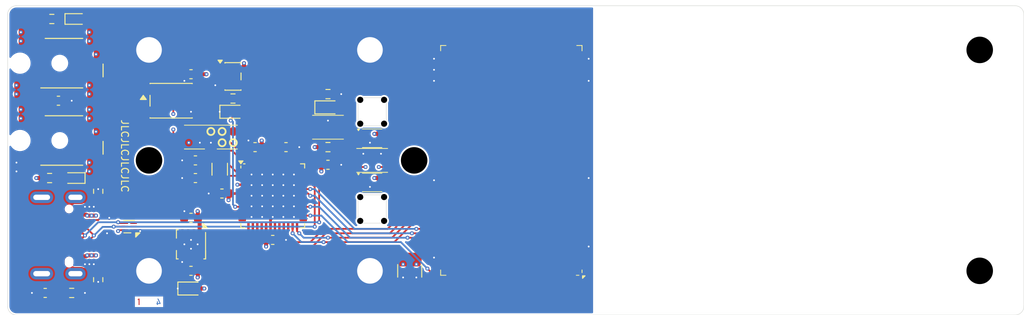
<source format=kicad_pcb>
(kicad_pcb (version 20241229) (generator "pcbnew") (generator_version "9.0")
  (title_block (date "2024-07-17") (rev "8"))
  (layers (0 "F.Cu" signal "Front") (4 "In1.Cu" power) (6 "In2.Cu" power) (2 "B.Cu" signal "Back") (13 "F.Paste" user) (5 "F.SilkS" user "F.Silkscreen") (1 "F.Mask" user) (3 "B.Mask" user) (25 "Edge.Cuts" user))
  (property "Order-Number" "JLCJLCJLCJLC")
  (net 0 "")
  (net 1 "GND")
  (net 2 "Net-(D101-OUT)")
  (net 3 "+3V3")
  (net 4 "/SWDIO")
  (net 6 "Net-(D103-K)")
  (net 9 "/MIDI Out/Ring")
  (net 10 "Net-(D201-A)")
  (net 11 "Net-(D301-K)")
  (net 12 "/MIDI In/Tip")
  (net 13 "/USB-CC1")
  (net 14 "/MIDI Out/Tip")
  (net 15 "/MIDI In/Sleeve")
  (net 16 "/LED-onboard")
  (net 18 "/MIDI In/Ring")
  (net 19 "/USB-CC2")
  (net 21 "/MIDI-In")
  (net 22 "/VDDCORE")
  (net 23 "/SWCLK")
  (net 25 "+5V")
  (net 26 "/XIN32")
  (net 27 "/USB+")
  (net 28 "/RESET")
  (net 29 "/XOUT32")
  (net 30 "/USB-")
  (net 34 "/Button-LED")
  (net 36 "/Button")
  (net 45 "Net-(TVS201-A)")
  (net 55 "/MIDI-Out")
  (net 57 "Earth")
  (net 58 "/Radio-MODE")
  (net 62 "/Radio-LOCK")
  (net 63 "/Radio-RESET")
  (net 65 "/Radio-AUX")
  (net 70 "/Radio-RX")
  (net 71 "/Radio-TX")
  (footprint "V2_Button_Switch_SMD:SKSG" (layer "F.Cu") (at 158.25 97.5)
    (property "Reference" "SW101" (hide yes))
    (property "Value" "SW_Push" (hide yes))
  )
  (footprint "Capacitor_SMD:C_0603_1608Metric" (layer "F.Cu") (at 121.25 112.5 180)
    (property "Reference" "C110" (hide yes))
    (property "Value" "0u1" (hide yes))
  )
  (footprint "Diode_SMD:D_0603_1608Metric" (layer "F.Cu") (at 142.5 92)
    (property "Reference" "TVS201" (hide yes))
    (property "Value" "CG0603MLC-05LE" (hide yes))
  )
  (footprint "V2_Connector_USB:JAE_DX07S016JA3" (layer "F.Cu") (at 122 106 -90)
    (property "Reference" "J102" (hide yes))
    (property "Value" "JAE_DX07S016JA3" (hide yes))
  )
  (footprint "Resistor_SMD:R_0603_1608Metric" (layer "F.Cu") (at 122 81.5)
    (property "Reference" "R301" (hide yes))
    (property "Value" "220R" (hide yes))
  )
  (footprint "Capacitor_SMD:C_0603_1608Metric" (layer "F.Cu") (at 122.75 90.75)
    (property "Reference" "C302" (hide yes))
    (property "Value" "0u1" (hide yes))
  )
  (footprint "V2_Spacer_Wurth:9774030243" (layer "F.Cu") (at 133 85)
    (property "Reference" "SPACER102" (hide yes))
    (property "Value" "9774030243" (hide yes))
  )
  (footprint "V2_Fiducial:Fiducial_0.5mm_Mask1mm_Paste" (layer "F.Cu") (at 181.75 114)
    (property "Reference" "FID103" (hide yes))
    (property "Value" "Fiducial" (hide yes))
  )
  (footprint "Capacitor_SMD:C_0603_1608Metric" (layer "F.Cu") (at 138.25 99.5 180)
    (property "Reference" "C109" (hide yes))
    (property "Value" "18p" (hide yes))
  )
  (footprint "V2_LED:WS2812-2020" (layer "F.Cu") (at 158.25 100 180)
    (property "Reference" "D101" (hide yes))
    (property "Value" "WS2812" (hide yes))
  )
  (footprint "V2_RF_Module:E62" (layer "F.Cu") (at 174 97.5 180)
    (property "Reference" "U103" (hide yes))
    (property "Value" "E62" (hide yes))
  )
  (footprint "V2_Package_DFN_QFN:QFN-48-1EP_7x7mm_P0.5mm_EP5.45x5.45mm_ThermalVias" (layer "F.Cu") (at 147 101.5)
    (property "Reference" "U102" (hide yes))
    (property "Value" "ATSAMD51G" (hide yes))
  )
  (footprint "Capacitor_SMD:C_0603_1608Metric" (layer "F.Cu") (at 141.25 101.25 180)
    (property "Reference" "C105" (hide yes))
    (property "Value" "0u1" (hide yes))
  )
  (footprint "V2_Fiducial:Fiducial_0.5mm_Mask1mm_Paste" (layer "F.Cu") (at 118 114)
    (property "Reference" "FID101" (hide yes))
    (property "Value" "Fiducial" (hide yes))
  )
  (footprint "Capacitor_SMD:C_1210_3225Metric" (layer "F.Cu") (at 162.5 110 -90)
    (property "Reference" "C111" (hide yes))
    (property "Value" "22u" (hide yes))
  )
  (footprint "Resistor_SMD:R_0603_1608Metric" (layer "F.Cu") (at 127.25 101 90)
    (property "Reference" "R103" (hide yes))
    (property "Value" "5k1" (hide yes))
  )
  (footprint "V2_Cortex_Debug:Cortex_Debug_Pad" (layer "F.Cu") (at 140 95.5 180)
    (property "Reference" "J101" (hide yes))
    (property "Value" "Cortex_Debug" (hide yes))
  )
  (footprint "V2_Package_SON:VSON-8-1_3x3mm_P0.65_EP1.65x2.4mm" (layer "F.Cu") (at 137.75 107 -90)
    (property "Reference" "U101" (hide yes))
    (property "Value" "TPS78433QWDRBRQ1" (hide yes))
  )
  (footprint "V2_Mechanical:MountingHole_3mm" (layer "F.Cu") (at 163 97.5)
    (property "Reference" "H102" (hide yes))
    (property "Value" "MountingHole_3mm" (hide yes))
  )
  (footprint "Capacitor_SMD:C_0603_1608Metric" (layer "F.Cu") (at 153.25 98)
    (property "Reference" "C102" (hide yes))
    (property "Value" "0u1" (hide yes))
  )
  (footprint "V2_Production:Order_Number" (layer "F.Cu") (at 130.25 97 -90)
    (property "Reference" "INFO102" (hide yes))
    (property "Value" "ORDER-NUMBER" (hide yes))
  )
  (footprint "Diode_SMD:D_SOD-523" (layer "F.Cu") (at 124.5 99.5 180)
    (property "Reference" "D201" (hide yes))
    (property "Value" "RB501SM" (hide yes))
  )
  (footprint "Capacitor_SMD:C_0603_1608Metric" (layer "F.Cu") (at 137.75 87.75 180)
    (property "Reference" "C301" (hide yes))
    (property "Value" "0u1" (hide yes))
  )
  (footprint "V2_Artwork:Logo_Small" (layer "F.Cu") (at 152 85 -90)
    (property "Reference" "ICON101" (hide yes))
    (property "Value" "V2-logo" (hide yes))
  )
  (footprint "Capacitor_SMD:C_0603_1608Metric" (layer "F.Cu") (at 147 106.5)
    (property "Reference" "C104" (hide yes))
    (property "Value" "0u1" (hide yes))
  )
  (footprint "V2_Button_Switch_SMD:SKSG" (layer "F.Cu") (at 153.25 93.75)
    (property "Reference" "SW102" (hide yes))
    (property "Value" "SW_Push" (hide yes))
  )
  (footprint "Capacitor_SMD:C_0603_1608Metric" (layer "F.Cu") (at 138.25 97.5 180)
    (property "Reference" "C108" (hide yes))
    (property "Value" "18p" (hide yes))
  )
  (footprint "Capacitor_SMD:C_0603_1608Metric" (layer "F.Cu") (at 137.75 104 180)
    (property "Reference" "C107" (hide yes))
    (property "Value" "10u" (hide yes))
  )
  (footprint "Resistor_SMD:R_0603_1608Metric" (layer "F.Cu") (at 153.25 96)
    (property "Reference" "R105" (hide yes))
    (property "Value" "100k" (hide yes))
  )
  (footprint "Package_TO_SOT_SMD:SOT-23-5" (layer "F.Cu") (at 142.5 88)
    (property "Reference" "U201" (hide yes))
    (property "Value" "74AHC1G125" (hide yes))
  )
  (footprint "Resistor_SMD:R_0603_1608Metric" (layer "F.Cu") (at 142.5 90.5 180)
    (property "Reference" "R202" (hide yes))
    (property "Value" "220R" (hide yes))
  )
  (footprint "V2_Connector_Audio:CUI_SJ2-25404B-SMT-TR" (layer "F.Cu") (at 122.5 86.5)
    (property "Reference" "J301" (hide yes))
    (property "Value" "SJ2-25404B-SMT-TR" (hide yes))
  )
  (footprint "V2_Connector_Audio:CUI_SJ2-25404B-SMT-TR" (layer "F.Cu") (at 122.5 95.25)
    (property "Reference" "J201" (hide yes))
    (property "Value" "SJ2-25404B-SMT-TR" (hide yes))
  )
  (footprint "V2_Spacer_Wurth:9774030243" (layer "F.Cu") (at 133 110)
    (property "Reference" "SPACER103" (hide yes))
    (property "Value" "9774030243" (hide yes))
  )
  (footprint "Diode_SMD:D_SOD-523" (layer "F.Cu") (at 124.75 81.5)
    (property "Reference" "D301" (hide yes))
    (property "Value" "RB501SM" (hide yes))
  )
  (footprint "Capacitor_SMD:C_0603_1608Metric" (layer "F.Cu") (at 148.5 96)
    (property "Reference" "C101" (hide yes))
    (property "Value" "10u" (hide yes))
  )
  (footprint "V2_Mechanical:MountingHole_3mm" (layer "F.Cu") (at 227 85)
    (property "Reference" "H103" (hide yes))
    (property "Value" "MountingHole_3mm" (hide yes))
  )
  (footprint "V2_Spacer_Wurth:9774030243" (layer "F.Cu") (at 158 110)
    (property "Reference" "SPACER104" (hide yes))
    (property "Value" "9774030243" (hide yes))
  )
  (footprint "V2_Mechanical:MountingHole_3mm" (layer "F.Cu") (at 133 97.5)
    (property "Reference" "H101" (hide yes))
    (property "Value" "MountingHole_3mm" (hide yes))
  )
  (footprint "V2_Mechanical:MountingHole_3mm" (layer "F.Cu") (at 227 110)
    (property "Reference" "H104" (hide yes))
    (property "Value" "MountingHole_3mm" (hide yes))
  )
  (footprint "Resistor_SMD:R_0603_1608Metric" (layer "F.Cu") (at 124.25 112.5)
    (property "Reference" "R102" (hide yes))
    (property "Value" "1M" (hide yes))
  )
  (footprint "V2_Spacer_Wurth:9774030243" (layer "F.Cu") (at 158 85 90)
    (property "Reference" "SPACER101" (hide yes))
    (property "Value" "9774030243" (hide yes))
  )
  (footprint "V2_Production:Layer_Numbers" (layer "F.Cu") (at 133 113.5)
    (property "Reference" "INFO101" (hide yes))
    (property "Value" "Layer_Numbers" (hide yes))
  )
  (footprint "V2_LED:WS2812-2020" (layer "F.Cu") (at 158.25 95 180)
    (property "Reference" "D102" (hide yes))
    (property "Value" "WS2812" (hide yes))
  )
  (footprint "Resistor_SMD:R_0603_1608Metric" (layer "F.Cu") (at 153.25 90)
    (property "Reference" "R101" (hide yes))
    (property "Value" "330R" (hide yes))
  )
  (footprint "Resistor_SMD:R_0603_1608Metric" (layer "F.Cu") (at 121.75 99.5 180)
    (property "Reference" "R201" (hide yes))
    (property "Value" "220R" (hide yes))
  )
  (footprint "Diode_SMD:D_0603_1608Metric" (layer "F.Cu") (at 137.75 112)
    (property "Reference" "TVS101" (hide yes))
    (property "Value" "CG0603MLC-05LE" (hide yes))
  )
  (footprint "Capacitor_SMD:C_0603_1608Metric" (layer "F.Cu") (at 145 96 180)
    (property "Reference" "C103" (hide yes))
    (property "Value" "0u1" (hide yes))
  )
  (footprint "V2_Crystal:Crystal_SMD_3215-2Pin_3.2x1.5mm" (layer "F.Cu") (at 141 98.5 90)
    (property "Reference" "Y101" (hide yes))
    (property "Value" "32k768" (hide yes))
  )
  (footprint "Resistor_SMD:R_0603_1608Metric" (layer "F.Cu") (at 127.25 111 -90)
    (property "Reference" "R104" (hide yes))
    (property "Value" "5k1" (hide yes))
  )
  (footprint "LED_SMD:LED_0603_1608Metric" (layer "F.Cu") (at 153.25 91.5)
    (property "Reference" "D103" (hide yes))
    (property "Value" "Orange" (hide yes))
  )
  (footprint "V2_PCB_Devices:PCB_Button-bottom" (layer "F.Cu") (at 158.25 97.5 180)
    (property "Reference" "SWB101" (hide yes))
    (property "Value" "Button-bottom" (hide yes))
    (fp_line (start 1.6 7.1) (end 1.6 3.9) (stroke (width 0.05)) (layer "Edge.Cuts"))
    (fp_line (start 1.6 3.9) (end -1.6 3.9) (stroke (width 0.05)) (layer "Edge.Cuts"))
    (fp_line (start 1.6 -3.9) (end 1.6 -7.1) (stroke (width 0.05)) (layer "Edge.Cuts"))
    (fp_line (start 1.6 -7.1) (end -1.6 -7.1) (stroke (width 0.05)) (layer "Edge.Cuts"))
    (fp_line (start -1.6 7.1) (end 1.6 7.1) (stroke (width 0.05)) (layer "Edge.Cuts"))
    (fp_line (start -1.6 3.9) (end -1.6 7.1) (stroke (width 0.05)) (layer "Edge.Cuts"))
    (fp_line (start -1.6 -3.9) (end 1.6 -3.9) (stroke (width 0.05)) (layer "Edge.Cuts"))
    (fp_line (start -1.6 -7.1) (end -1.6 -3.9) (stroke (width 0.05)) (layer "Edge.Cuts"))
  )
  (footprint "Capacitor_SMD:C_0603_1608Metric" (layer "F.Cu") (at 137.75 110 180)
    (property "Reference" "C106" (hide yes))
    (property "Value" "10u" (hide yes))
  )
  (footprint "V2_ESD_Suppressor:SLP1210N6" (layer "F.Cu") (at 130.75 105 180)
    (property "Reference" "ESD101" (hide yes))
    (property "Value" "RCLAMP0582N" (hide yes))
  )
  (footprint "Package_SO:SO-5-6_4.55x3.7mm_P1.27mm" (layer "F.Cu") (at 135.5 90.75)
    (property "Reference" "U301" (hide yes))
    (property "Value" "TLP2361" (hide yes))
  )
  (footprint "V2_Fiducial:Fiducial_0.5mm_Mask1mm_Paste" (layer "F.Cu") (at 118 81)
    (property "Reference" "FID102" (hide yes))
    (property "Value" "Fiducial" (hide yes))
  )
  (gr_line (start 117 81) (end 117 114) (stroke (width 0.05)) (layer "Edge.Cuts"))
  (gr_line (start 118 80) (end 231 80) (stroke (width 0.05)) (layer "Edge.Cuts"))
  (gr_line (start 232 81) (end 232 114) (stroke (width 0.05)) (layer "Edge.Cuts"))
  (gr_arc (start 118 115) (mid 117.292893 114.707107) (end 117 114) (stroke (width 0.05)) (layer "Edge.Cuts"))
  (gr_arc (start 232 114) (mid 231.707107 114.707107) (end 231 115) (stroke (width 0.05)) (layer "Edge.Cuts"))
  (gr_arc (start 117 81) (mid 117.292893 80.292893) (end 118 80) (stroke (width 0.05)) (layer "Edge.Cuts"))
  (gr_arc (start 231 80) (mid 231.707107 80.292893) (end 232 81) (stroke (width 0.05)) (layer "Edge.Cuts"))
  (gr_line (start 118 115) (end 231 115) (stroke (width 0.05)) (layer "Edge.Cuts"))
  (segment (start 151.6 93) (end 151.6875 92.9125) (width 0.2) (layer "F.Cu") (net 1))
  (segment (start 143.55 100.75) (end 144.355698 100.75) (width 0.3) (layer "F.Cu") (net 1))
  (segment (start 144.525 100.580698) (end 144.525 100.2625) (width 0.3) (layer "F.Cu") (net 1))
  (segment (start 136.775 108.4) (end 136.775 108.975) (width 0.45) (layer "F.Cu") (net 1))
  (segment (start 137 103.25) (end 136.975 103.275) (width 0.45) (layer "F.Cu") (net 1))
  (segment (start 124.275 90.75) (end 123.55 90.75) (width 0.45) (layer "F.Cu") (net 1))
  (segment (start 154.75 90) (end 154.075 90) (width 0.45) (layer "F.Cu") (net 1))
  (segment (start 136.975 103.275) (end 136.975 104) (width 0.45) (layer "F.Cu") (net 1))
  (segment (start 144.355698 100.75) (end 144.525 100.580698) (width 0.3) (layer "F.Cu") (net 1))
  (segment (start 136.75 99.5) (end 137.475 99.5) (width 0.45) (layer "F.Cu") (net 1))
  (segment (start 131.9 105.4) (end 131.25 105.4) (width 0.2) (layer "F.Cu") (net 1))
  (segment (start 182.75 86) (end 182.65 85.9) (width 0.45) (layer "F.Cu") (net 1))
  (segment (start 125.6 109.1) (end 125.75 109.25) (width 0.45) (layer "F.Cu") (net 1))
  (segment (start 165.25 99.75) (end 166.06 99.75) (width 0.45) (layer "F.Cu") (net 1))
  (segment (start 165.25 108.5) (end 166.15 108.5) (width 0.45) (layer "F.Cu") (net 1))
  (segment (start 151.6875 92.9125) (end 154.8125 92.9125) (width 0.2) (layer "F.Cu") (net 1))
  (segment (start 138.63 92) (end 138.65 92.02) (width 0.45) (layer "F.Cu") (net 1))
  (segment (start 165.35 85.9) (end 166.15 85.9) (width 0.45) (layer "F.Cu") (net 1))
  (segment (start 182.75 107.25) (end 182.72 107.22) (width 0.45) (layer "F.Cu") (net 1))
  (segment (start 159.725 96.75) (end 159.8125 96.6625) (width 0.45) (layer "F.Cu") (net 1))
  (segment (start 125.05 102.9) (end 125.6 102.9) (width 0.45) (layer "F.Cu") (net 1))
  (segment (start 182.65 85.9) (end 181.75 85.9) (width 0.45) (layer "F.Cu") (net 1))
  (segment (start 136.775 108.975) (end 136.75 109) (width 0.45) (layer "F.Cu") (net 1))
  (segment (start 148.414209 106.505028) (end 147.780028 106.505028) (width 0.45) (layer "F.Cu") (net 1))
  (segment (start 157.385 95.5) (end 157.335 95.55) (width 0.45) (layer "F.Cu") (net 1))
  (segment (start 136.75 109) (end 136.75 109.775) (width 0.45) (layer "F.Cu") (net 1))
  (segment (start 147.25 98.05) (end 147.25 98.775) (width 0.2) (layer "F.Cu") (net 1))
  (segment (start 141.3125 89) (end 141.3625 88.95) (width 0.45) (layer "F.Cu") (net 1))
  (segment (start 182.69 88.44) (end 181.75 88.44) (width 0.45) (layer "F.Cu") (net 1))
  (segment (start 182.75 99.5) (end 182.65 99.6) (width 0.45) (layer "F.Cu") (net 1))
  (segment (start 125.75 112.5) (end 125.075 112.5) (width 0.45) (layer "F.Cu") (net 1))
  (segment (start 182.65 99.6) (end 181.75 99.6) (width 0.45) (layer "F.Cu") (net 1))
  (segment (start 154.661024 98) (end 154.025 98) (width 0.45) (layer "F.Cu") (net 1))
  (segment (start 125.6 102.9) (end 125.75 102.75) (width 0.45) (layer "F.Cu") (net 1))
  (segment (start 127.25 100.75) (end 127.25 100.175) (width 0.45) (layer "F.Cu") (net 1))
  (segment (start 157.25 96.75) (end 156.775 96.75) (width 0.45) (layer "F.Cu") (net 1))
  (segment (start 144.25 95.25) (end 144.25 95.975) (width 0.45) (layer "F.Cu") (net 1))
  (segment (start 165.25 88.5) (end 165.31 88.44) (width 0.45) (layer "F.Cu") (net 1))
  (segment (start 150 96) (end 149.275 96) (width 0.45) (layer "F.Cu") (net 1))
  (segment (start 119.75 112.5) (end 120.475 112.5) (width 0.45) (layer "F.Cu") (net 1))
  (segment (start 182.72 107.22) (end 181.75 107.22) (width 0.45) (layer "F.Cu") (net 1))
  (segment (start 154.665062 98.004038) (end 154.661024 98) (width 0.45) (layer "F.Cu") (net 1))
  (segment (start 158 100.5) (end 157.385 100.5) (width 0.45) (layer "F.Cu") (net 1))
  (segment (start 156.775 96.75) (end 156.6875 96.6625) (width 0.45) (layer "F.Cu") (net 1))
  (segment (start 182.75 88.5) (end 182.69 88.44) (width 0.45) (layer "F.Cu") (net 1))
  (segment (start 127.25 111.25) (end 127.25 111.825) (width 0.45) (layer "F.Cu") (net 1))
  (segment (start 165.31 88.44) (end 166.15 88.44) (width 0.45) (layer "F.Cu") (net 1))
  (segment (start 141.3625 88) (end 141.3625 88.95) (width 0.2) (layer "F.Cu") (net 1))
  (segment (start 159.25 96.75) (end 159.725 96.75) (width 0.45) (layer "F.Cu") (net 1))
  (segment (start 136.9625 112) (end 136.25 112) (width 0.45) (layer "F.Cu") (net 1))
  (segment (start 165.25 87.25) (end 165.33 87.17) (width 0.45) (layer "F.Cu") (net 1))
  (segment (start 125.75 102.75) (end 126.75 102.75) (width 0.45) (layer "F.Cu") (net 1))
  (segment (start 151.6875 92.9125) (end 151.775 93) (width 0.2) (layer "F.Cu") (net 1))
  (segment (start 137 88.5) (end 137 87.775) (width 0.45) (layer "F.Cu") (net 1))
  (segment (start 149.7 99.25) (end 149.475 99.025) (width 0.3) (layer "F.Cu") (net 1))
  (segment (start 154.725 93) (end 154.8125 92.9125) (width 0.2) (layer "F.Cu") (net 1))
  (segment (start 150.45 99.25) (end 149.7 99.25) (width 0.3) (layer "F.Cu") (net 1))
  (segment (start 132 105.5) (end 131.9 105.4) (width 0.2) (layer "F.Cu") (net 1))
  (segment (start 158 95.5) (end 157.385 95.5) (width 0.45) (layer "F.Cu") (net 1))
  (segment (start 136.75 109.775) (end 136.975 110) (width 0.45) (layer "F.Cu") (net 1))
  (segment (start 146.75 104.225) (end 147 103.975) (width 0.3) (layer "F.Cu") (net 1))
  (segment (start 125.05 109.1) (end 125.6 109.1) (width 0.45) (layer "F.Cu") (net 1))
  (segment (start 125.75 109.25) (end 126.75 109.25) (width 0.45) (layer "F.Cu") (net 1))
  (segment (start 139.85348 101.25) (end 140.5 101.25) (width 0.45) (layer "F.Cu") (net 1))
  (segment (start 147.25 98.775) (end 147 99.025) (width 0.2) (layer "F.Cu") (net 1))
  (segment (start 144.25 95.975) (end 144.225 96) (width 0.45) (layer "F.Cu") (net 1))
  (segment (start 165.25 86) (end 165.35 85.9) (width 0.45) (layer "F.Cu") (net 1))
  (segment (start 140.5 89) (end 141.3125 89) (width 0.45) (layer "F.Cu") (net 1))
  (segment (start 141 92) (end 141.7125 92) (width 0.45) (layer "F.Cu") (net 1))
  (segment (start 136.7995 97.5) (end 137.475 97.5) (width 0.45) (layer "F.Cu") (net 1))
  (segment (start 146.75 104.95) (end 146.75 104.225) (width 0.3) (layer "F.Cu") (net 1))
  (segment (start 157.385 100.5) (end 157.335 100.55) (width 0.45) (layer "F.Cu") (net 1))
  (segment (start 166.06 99.75) (end 166.2 99.61) (width 0.45) (layer "F.Cu") (net 1))
  (segment (start 137 87.775) (end 136.975 87.75) (width 0.45) (layer "F.Cu") (net 1))
  (segment (start 165.33 87.17) (end 166.15 87.17) (width 0.45) (layer "F.Cu") (net 1))
  (segment (start 137.75 92) (end 138.63 92) (width 0.45) (layer "F.Cu") (net 1))
  (via (at 136.25 112) (size 0.45) (drill 0.2) (layers "F.Cu" "B.Cu") (net 1))
  (via (at 165.25 86) (size 0.45) (drill 0.2) (layers "F.Cu" "B.Cu") (net 1))
  (via (at 182.75 107.25) (size 0.45) (drill 0.2) (layers "F.Cu" "B.Cu") (net 1))
  (via (at 163.25 110.75) (size 0.45) (drill 0.2) (layers "F.Cu" "B.Cu") (net 1))
  (via (at 140.5 89) (size 0.45) (drill 0.2) (layers "F.Cu" "B.Cu") (net 1))
  (via (at 125.75 112.5) (size 0.45) (drill 0.2) (layers "F.Cu" "B.Cu") (net 1))
  (via (at 126.75 109.25) (size 0.45) (drill 0.2) (layers "F.Cu" "B.Cu") (net 1))
  (via (at 126.25 102.75) (size 0.45) (drill 0.2) (layers "F.Cu" "B.Cu") (net 1))
  (via (at 132 105.5) (size 0.45) (drill 0.2) (layers "F.Cu" "B.Cu") (net 1))
  (via (at 158 100.5) (size 0.45) (drill 0.2) (layers "F.Cu" "B.Cu") (net 1))
  (via (at 165.25 88.5) (size 0.45) (drill 0.2) (layers "F.Cu" "B.Cu") (net 1))
  (via (at 126.75 102.75) (size 0.45) (drill 0.2) (layers "F.Cu" "B.Cu") (net 1))
  (via (at 127.25 111.25) (size 0.45) (drill 0.2) (layers "F.Cu" "B.Cu") (net 1))
  (via (at 137 103.25) (size 0.45) (drill 0.2) (layers "F.Cu" "B.Cu") (net 1))
  (via (at 139.75 101.25) (size 0.45) (drill 0.2) (layers "F.Cu" "B.Cu") (net 1))
  (via (at 153.25 93) (size 0.45) (drill 0.2) (layers "F.Cu" "B.Cu") (net 1))
  (via (at 138.75 95.5) (size 0.45) (drill 0.2) (layers "F.Cu" "B.Cu") (net 1))
  (via (at 161.75 110.75) (size 0.45) (drill 0.2) (layers "F.Cu" "B.Cu") (net 1))
  (via (at 141 92) (size 0.45) (drill 0.2) (layers "F.Cu" "B.Cu") (net 1))
  (via (at 126.25 109.25) (size 0.45) (drill 0.2) (layers "F.Cu" "B.Cu") (net 1))
  (via (at 154.75 90) (size 0.45) (drill 0.2) (layers "F.Cu" "B.Cu") (net 1))
  (via (at 125.75 109.25) (size 0.45) (drill 0.2) (layers "F.Cu" "B.Cu") (net 1))
  (via (at 182.75 99.5) (size 0.45) (drill 0.2) (layers "F.Cu" "B.Cu") (net 1))
  (via (at 182.75 88.5) (size 0.45) (drill 0.2) (layers "F.Cu" "B.Cu") (net 1))
  (via (at 148.5 106.5) (size 0.45) (drill 0.2) (layers "F.Cu" "B.Cu") (net 1))
  (via (at 182.75 86) (size 0.45) (drill 0.2) (layers "F.Cu" "B.Cu") (net 1))
  (via (at 125.75 102.75) (size 0.45) (drill 0.2) (layers "F.Cu" "B.Cu") (net 1))
  (via (at 144.25 95.25) (size 0.45) (drill 0.2) (layers "F.Cu" "B.Cu") (net 1))
  (via (at 158 95.5) (size 0.45) (drill 0.2) (layers "F.Cu" "B.Cu") (net 1))
  (via (at 128.5 104) (size 0.45) (drill 0.2) (layers "F.Cu" "B.Cu") (net 1))
  (via (at 124.25 90.75) (size 0.45) (drill 0.2) (layers "F.Cu" "B.Cu") (net 1))
  (via (at 150 96) (size 0.45) (drill 0.2) (layers "F.Cu" "B.Cu") (net 1))
  (via (at 136.75 109) (size 0.45) (drill 0.2) (layers "F.Cu" "B.Cu") (net 1))
  (via (at 165.25 87.25) (size 0.45) (drill 0.2) (layers "F.Cu" "B.Cu") (net 1))
  (via (at 127.25 100.75) (size 0.45) (drill 0.2) (layers "F.Cu" "B.Cu") (net 1))
  (via (at 165.25 99.75) (size 0.45) (drill 0.2) (layers "F.Cu" "B.Cu") (net 1))
  (via (at 154.75 98) (size 0.45) (drill 0.2) (layers "F.Cu" "B.Cu") (net 1))
  (via (at 140 95.5) (size 0.45) (drill 0.2) (layers "F.Cu" "B.Cu") (net 1))
  (via (at 128.25 105.75) (size 0.45) (drill 0.2) (layers "F.Cu" "B.Cu") (net 1))
  (via (at 157.25 96.75) (size 0.45) (drill 0.2) (layers "F.Cu" "B.Cu") (net 1))
  (via (at 136.75 97.5) (size 0.45) (drill 0.2) (layers "F.Cu" "B.Cu") (net 1))
  (via (at 136.75 99.5) (size 0.45) (drill 0.2) (layers "F.Cu" "B.Cu") (net 1))
  (via (at 165.25 108.5) (size 0.45) (drill 0.2) (layers "F.Cu" "B.Cu") (net 1))
  (via (at 137 88.5) (size 0.45) (drill 0.2) (layers "F.Cu" "B.Cu") (net 1))
  (via (at 159.25 96.75) (size 0.45) (drill 0.2) (layers "F.Cu" "B.Cu") (net 1))
  (via (at 137.75 92) (size 0.45) (drill 0.2) (layers "F.Cu" "B.Cu") (net 1))
  (via (at 119.75 112.5) (size 0.45) (drill 0.2) (layers "F.Cu" "B.Cu") (net 1))
  (segment (start 158.165 96.421325) (end 159.08 95.506325) (width 0.2) (layer "F.Cu") (net 2))
  (segment (start 158.165 98.578674) (end 158.165 96.421325) (width 0.2) (layer "F.Cu") (net 2))
  (segment (start 157.25 99.493674) (end 158.165 98.578674) (width 0.2) (layer "F.Cu") (net 2))
  (segment (start 145.75 95.25) (end 145.75 95.975) (width 0.45) (layer "F.Cu") (net 3))
  (segment (start 152.5 98.75) (end 152.5 98.025) (width 0.45) (layer "F.Cu") (net 3))
  (segment (start 146.25 104.95) (end 146.25 106.975) (width 0.3) (layer "F.Cu") (net 3))
  (segment (start 138.525 87.75) (end 138.525 89.355) (width 0.45) (layer "F.Cu") (net 3))
  (segment (start 138.525 89.355) (end 138.65 89.48) (width 0.45) (layer "F.Cu") (net 3))
  (segment (start 138.725 105.6) (end 138.725 104.2) (width 0.45) (layer "F.Cu") (net 3))
  (segment (start 142 101.275) (end 142.033324 101.241676) (width 0.45) (layer "F.Cu") (net 3))
  (segment (start 138.725 104.2) (end 138.525 104) (width 0.45) (layer "F.Cu") (net 3))
  (segment (start 150.75 98.75) (end 151.5 98) (width 0.3) (layer "F.Cu") (net 3))
  (segment (start 151.75 96) (end 152.425 96) (width 0.45) (layer "F.Cu") (net 3))
  (segment (start 146.25 107.25) (end 146.25 106.525) (width 0.45) (layer "F.Cu") (net 3))
  (segment (start 141.733324 101.25) (end 143.55 101.25) (width 0.3) (layer "F.Cu") (net 3))
  (segment (start 146.25 96.475) (end 145.775 96) (width 0.3) (layer "F.Cu") (net 3))
  (segment (start 138.525 103.275) (end 138.525 104) (width 0.45) (layer "F.Cu") (net 3))
  (segment (start 139.5 87.75) (end 138.525 87.75) (width 0.45) (layer "F.Cu") (net 3))
  (segment (start 151.5 98) (end 152.475 98) (width 0.3) (layer "F.Cu") (net 3))
  (segment (start 142.970067 100.25) (end 143.55 100.25) (width 0.2) (layer "F.Cu") (net 3))
  (segment (start 142 102) (end 142 101.275) (width 0.45) (layer "F.Cu") (net 3))
  (segment (start 138.5 103.25) (end 138.525 103.275) (width 0.45) (layer "F.Cu") (net 3))
  (segment (start 142.970068 100.250001) (end 142.970067 100.25) (width 0.2) (layer "F.Cu") (net 3))
  (segment (start 152.5 98.025) (end 152.475 98) (width 0.45) (layer "F.Cu") (net 3))
  (segment (start 145.75 95.975) (end 145.775 96) (width 0.45) (layer "F.Cu") (net 3))
  (segment (start 150.45 98.75) (end 150.75 98.75) (width 0.3) (layer "F.Cu") (net 3))
  (segment (start 146.25 98.05) (end 146.25 96.475) (width 0.3) (layer "F.Cu") (net 3))
  (via (at 137.5 95.5) (size 0.45) (drill 0.2) (layers "F.Cu" "B.Cu") (net 3))
  (via (at 143 100.25) (size 0.45) (drill 0.2) (layers "F.Cu" "B.Cu") (net 3))
  (via (at 151.75 96) (size 0.45) (drill 0.2) (layers "F.Cu" "B.Cu") (net 3))
  (via (at 138.5 103.25) (size 0.45) (drill 0.2) (layers "F.Cu" "B.Cu") (net 3))
  (via (at 152.5 98.75) (size 0.45) (drill 0.2) (layers "F.Cu" "B.Cu") (net 3))
  (via (at 142 102) (size 0.45) (drill 0.2) (layers "F.Cu" "B.Cu") (net 3))
  (via (at 139.5 87.75) (size 0.45) (drill 0.2) (layers "F.Cu" "B.Cu") (net 3))
  (via (at 145.75 95.25) (size 0.45) (drill 0.2) (layers "F.Cu" "B.Cu") (net 3))
  (via (at 146.25 107.25) (size 0.45) (drill 0.2) (layers "F.Cu" "B.Cu") (net 3))
  (segment (start 137.27 94.23) (end 136.5 95) (width 0.2) (layer "F.Cu") (net 4))
  (segment (start 142.407611 96.407611) (end 143.25 97.25) (width 0.2) (layer "F.Cu") (net 4))
  (segment (start 137.46 94.23) (end 137.27 94.23) (width 0.2) (layer "F.Cu") (net 4))
  (segment (start 143.25 97.25) (end 144.934314 97.25) (width 0.2) (layer "F.Cu") (net 4))
  (segment (start 145.25 97.565686) (end 145.25 98.05) (width 0.2) (layer "F.Cu") (net 4))
  (segment (start 144.934314 97.25) (end 145.25 97.565686) (width 0.2) (layer "F.Cu") (net 4))
  (segment (start 136.5 96.045672) (end 136.861939 96.407611) (width 0.2) (layer "F.Cu") (net 4))
  (segment (start 136.861939 96.407611) (end 142.407611 96.407611) (width 0.2) (layer "F.Cu") (net 4))
  (segment (start 136.5 95) (end 136.5 96.045672) (width 0.2) (layer "F.Cu") (net 4))
  (segment (start 152.4625 91.5) (end 152.4625 90.0375) (width 0.2) (layer "F.Cu") (net 6))
  (segment (start 152.4625 90.0375) (end 152.425 90) (width 0.2) (layer "F.Cu") (net 6))
  (segment (start 125.5 99.5) (end 126.25 98.75) (width 0.3) (layer "F.Cu") (net 9))
  (segment (start 125.2 99.5) (end 125.5 99.5) (width 0.3) (layer "F.Cu") (net 9))
  (segment (start 122.575 99.5) (end 123.8 99.5) (width 0.3) (layer "F.Cu") (net 10))
  (segment (start 129.75 86.88) (end 132.35 89.48) (width 0.2) (layer "F.Cu") (net 11))
  (segment (start 122.825 81.5) (end 124.05 81.5) (width 0.2) (layer "F.Cu") (net 11))
  (segment (start 127.5 80.75) (end 129.75 83) (width 0.2) (layer "F.Cu") (net 11))
  (segment (start 129.75 83) (end 129.75 86.88) (width 0.2) (layer "F.Cu") (net 11))
  (segment (start 124.8 80.75) (end 127.5 80.75) (width 0.2) (layer "F.Cu") (net 11))
  (segment (start 124.05 81.5) (end 124.8 80.75) (width 0.2) (layer "F.Cu") (net 11))
  (segment (start 132.145 92.02) (end 132.35 92.02) (width 0.2) (layer "F.Cu") (net 12))
  (segment (start 126.2 82.25) (end 126.2 82.95) (width 0.2) (layer "F.Cu") (net 12))
  (segment (start 126.2 82.95) (end 126.25 83) (width 0.2) (layer "F.Cu") (net 12))
  (segment (start 126.25 86.125) (end 132.145 92.02) (width 0.2) (layer "F.Cu") (net 12))
  (segment (start 125.45 81.5) (end 126.2 82.25) (width 0.2) (layer "F.Cu") (net 12))
  (segment (start 126.25 84) (end 126.25 86.125) (width 0.2) (layer "F.Cu") (net 12))
  (segment (start 125.05 104.25) (end 127.25 104.25) (width 0.2) (layer "F.Cu") (net 13))
  (segment (start 127.25 104.25) (end 127.75 103.75) (width 0.2) (layer "F.Cu") (net 13))
  (segment (start 127.75 103.75) (end 127.75 102.325) (width 0.2) (layer "F.Cu") (net 13))
  (segment (start 127.75 102.325) (end 127.25 101.825) (width 0.2) (layer "F.Cu") (net 13))
  (segment (start 127.75 93) (end 139.175 93) (width 0.2) (layer "F.Cu") (net 14))
  (segment (start 139.175 93) (end 141.675 90.5) (width 0.2) (layer "F.Cu") (net 14))
  (segment (start 127 92.25) (end 127.75 93) (width 0.2) (layer "F.Cu") (net 14))
  (segment (start 118.775 89.5) (end 120.725 89.5) (width 0.3) (layer "F.Cu") (net 15))
  (segment (start 120.725 89.5) (end 121.975 90.75) (width 0.3) (layer "F.Cu") (net 15))
  (segment (start 154.0375 91.5) (end 154.602 91.5) (width 0.2) (layer "F.Cu") (net 16))
  (segment (start 155.901 95.987842) (end 154.663842 97.225) (width 0.2) (layer "F.Cu") (net 16))
  (segment (start 148.75 97.612348) (end 149.137348 97.225) (width 0.2) (layer "F.Cu") (net 16))
  (segment (start 155.901 92.799) (end 155.901 95.987842) (width 0.2) (layer "F.Cu") (net 16))
  (segment (start 154.602 91.5) (end 155.901 92.799) (width 0.2) (layer "F.Cu") (net 16))
  (segment (start 148.75 98.05) (end 148.75 97.612348) (width 0.2) (layer "F.Cu") (net 16))
  (segment (start 149.137348 97.225) (end 154.663842 97.225) (width 0.2) (layer "F.Cu") (net 16))
  (segment (start 124.75 87.25) (end 124.75 85) (width 0.2) (layer "F.Cu") (net 18))
  (segment (start 126.25 89) (end 126.25 88.75) (width 0.2) (layer "F.Cu") (net 18))
  (segment (start 126.25 88.75) (end 124.75 87.25) (width 0.2) (layer "F.Cu") (net 18))
  (segment (start 121.25 81.5) (end 121.175 81.5) (width 0.2) (layer "F.Cu") (net 18))
  (segment (start 124.75 85) (end 121.25 81.5) (width 0.2) (layer "F.Cu") (net 18))
  (segment (start 127.5 109.925) (end 127.25 110.175) (width 0.2) (layer "F.Cu") (net 19))
  (segment (start 125.05 107.25) (end 126.75 107.25) (width 0.2) (layer "F.Cu") (net 19))
  (segment (start 127.5 108) (end 127.5 109.925) (width 0.2) (layer "F.Cu") (net 19))
  (segment (start 126.75 107.25) (end 127.5 108) (width 0.2) (layer "F.Cu") (net 19))
  (segment (start 136.75 90.75) (end 138.65 90.75) (width 0.2) (layer "F.Cu") (net 21))
  (segment (start 135.75 91.75) (end 136.75 90.75) (width 0.2) (layer "F.Cu") (net 21))
  (segment (start 139.485384 103.25) (end 143.55 103.25) (width 0.2) (layer "F.Cu") (net 21))
  (segment (start 135.75 92.25) (end 135.75 91.75) (width 0.2) (layer "F.Cu") (net 21))
  (segment (start 135.75 94) (end 135.75 99.514616) (width 0.2) (layer "F.Cu") (net 21))
  (segment (start 135.75 99.514616) (end 139.485384 103.25) (width 0.2) (layer "F.Cu") (net 21))
  (via (at 135.75 92.25) (size 0.45) (drill 0.2) (layers "F.Cu" "B.Cu") (net 21))
  (via (at 135.75 94) (size 0.45) (drill 0.2) (layers "F.Cu" "B.Cu") (net 21))
  (segment (start 147.75 98.05) (end 147.75 96.025) (width 0.3) (layer "F.Cu") (net 22))
  (segment (start 145.75 97.5) (end 145.75 98.05) (width 0.2) (layer "F.Cu") (net 23))
  (segment (start 141 94.25) (end 143.525 96.775) (width 0.2) (layer "F.Cu") (net 23))
  (segment (start 138.73 94.23) (end 138.75 94.25) (width 0.2) (layer "F.Cu") (net 23))
  (segment (start 138.75 94.25) (end 141 94.25) (width 0.2) (layer "F.Cu") (net 23))
  (segment (start 145.025 96.775) (end 145.75 97.5) (width 0.2) (layer "F.Cu") (net 23))
  (segment (start 143.525 96.775) (end 145.025 96.775) (width 0.2) (layer "F.Cu") (net 23))
  (segment (start 159.115 99.5) (end 159.165 99.45) (width 0.45) (layer "F.Cu") (net 25))
  (segment (start 138.725 109.8) (end 138.525 110) (width 0.45) (layer "F.Cu") (net 25))
  (segment (start 143.75 86.5) (end 143.75 86.9375) (width 0.45) (layer "F.Cu") (net 25))
  (segment (start 143.75 86.9375) (end 143.6375 87.05) (width 0.45) (layer "F.Cu") (net 25))
  (segment (start 129.5 105.5) (end 129.6 105.4) (width 0.2) (layer "F.Cu") (net 25))
  (segment (start 158.5 94.5) (end 159.115 94.5) (width 0.45) (layer "F.Cu") (net 25))
  (segment (start 125.9 108.35) (end 126 108.25) (width 0.45) (layer "F.Cu") (net 25))
  (segment (start 129.6 105.4) (end 130.25 105.4) (width 0.2) (layer "F.Cu") (net 25))
  (segment (start 159.115 94.5) (end 159.165 94.45) (width 0.45) (layer "F.Cu") (net 25))
  (segment (start 138.5375 112) (end 139.25 112) (width 0.45) (layer "F.Cu") (net 25))
  (segment (start 158.5 99.5) (end 159.115 99.5) (width 0.45) (layer "F.Cu") (net 25))
  (segment (start 138.725 109) (end 138.725 109.8) (width 0.45) (layer "F.Cu") (net 25))
  (segment (start 166.18 107.25) (end 166.2 107.23) (width 0.45) (layer "F.Cu") (net 25))
  (segment (start 138.5 110.75) (end 138.525 110.725) (width 0.45) (layer "F.Cu") (net 25))
  (segment (start 164.5 107.25) (end 166.18 107.25) (width 0.45) (layer "F.Cu") (net 25))
  (segment (start 125.9 103.65) (end 126 103.75) (width 0.45) (layer "F.Cu") (net 25))
  (segment (start 127 108.25) (end 126 108.25) (width 0.45) (layer "F.Cu") (net 25))
  (segment (start 126 103.75) (end 127 103.75) (width 0.45) (layer "F.Cu") (net 25))
  (segment (start 163.225 108.525) (end 164.5 107.25) (width 0.45) (layer "F.Cu") (net 25))
  (segment (start 138.525 110.725) (end 138.525 110) (width 0.45) (layer "F.Cu") (net 25))
  (segment (start 125.05 103.65) (end 125.9 103.65) (width 0.45) (layer "F.Cu") (net 25))
  (segment (start 138.725 108.4) (end 138.725 109) (width 0.45) (layer "F.Cu") (net 25))
  (segment (start 162.5 108.525) (end 163.225 108.525) (width 0.45) (layer "F.Cu") (net 25))
  (segment (start 138.075 108.4) (end 138.725 108.4) (width 0.2) (layer "F.Cu") (net 25))
  (segment (start 120.25 99.5) (end 120.925 99.5) (width 0.45) (layer "F.Cu") (net 25))
  (segment (start 125.05 108.35) (end 125.9 108.35) (width 0.45) (layer "F.Cu") (net 25))
  (via (at 143.75 86.5) (size 0.45) (drill 0.2) (layers "F.Cu" "B.Cu") (net 25))
  (via (at 127 103.75) (size 0.45) (drill 0.2) (layers "F.Cu" "B.Cu") (net 25))
  (via (at 158.5 99.5) (size 0.45) (drill 0.2) (layers "F.Cu" "B.Cu") (net 25))
  (via (at 158.5 94.5) (size 0.45) (drill 0.2) (layers "F.Cu" "B.Cu") (net 25))
  (via (at 129.5 105.5) (size 0.45) (drill 0.2) (layers "F.Cu" "B.Cu") (net 25))
  (via (at 127 108.25) (size 0.45) (drill 0.2) (layers "F.Cu" "B.Cu") (net 25))
  (via (at 126.5 108.25) (size 0.45) (drill 0.2) (layers "F.Cu" "B.Cu") (net 25))
  (via (at 163.25 109.25) (size 0.45) (drill 0.2) (layers "F.Cu" "B.Cu") (net 25))
  (via (at 126 108.25) (size 0.45) (drill 0.2) (layers "F.Cu" "B.Cu") (net 25))
  (via (at 126 103.75) (size 0.45) (drill 0.2) (layers "F.Cu" "B.Cu") (net 25))
  (via (at 161.75 109.25) (size 0.45) (drill 0.2) (layers "F.Cu" "B.Cu") (net 25))
  (via (at 126.5 103.75) (size 0.45) (drill 0.2) (layers "F.Cu" "B.Cu") (net 25))
  (via (at 139.25 112) (size 0.45) (drill 0.2) (layers "F.Cu" "B.Cu") (net 25))
  (via (at 138.5 110.75) (size 0.45) (drill 0.2) (layers "F.Cu" "B.Cu") (net 25))
  (via (at 120.25 99.5) (size 0.45) (drill 0.2) (layers "F.Cu" "B.Cu") (net 25))
  (segment (start 140.75 97.5) (end 141 97.25) (width 0.2) (layer "F.Cu") (net 26))
  (segment (start 142.813854 98.75) (end 141.313854 97.25) (width 0.2) (layer "F.Cu") (net 26))
  (segment (start 141.313854 97.25) (end 141 97.25) (width 0.2) (layer "F.Cu") (net 26))
  (segment (start 143.55 98.75) (end 142.813854 98.75) (width 0.2) (layer "F.Cu") (net 26))
  (segment (start 139.05 97.5) (end 140.75 97.5) (width 0.2) (layer "F.Cu") (net 26))
  (segment (start 152.25 100.25) (end 151.75 99.75) (width 0.2) (layer "F.Cu") (net 27))
  (segment (start 151.75 99.75) (end 150.45 99.75) (width 0.2) (layer "F.Cu") (net 27))
  (segment (start 125.5 105.75) (end 125.05 105.75) (width 0.2) (layer "F.Cu") (net 27))
  (segment (start 152.25 104.5) (end 152.25 100.25) (width 0.2) (layer "F.Cu") (net 27))
  (segment (start 125.5 106.25) (end 125.05 106.25) (width 0.2) (layer "F.Cu") (net 27))
  (segment (start 125.75 106) (end 125.5 106.25) (width 0.2) (layer "F.Cu") (net 27))
  (segment (start 129.5 104.5) (end 129.6 104.6) (width 0.2) (layer "F.Cu") (net 27))
  (segment (start 125.75 106) (end 125.5 105.75) (width 0.2) (layer "F.Cu") (net 27))
  (segment (start 129.6 104.6) (end 130.25 104.6) (width 0.2) (layer "F.Cu") (net 27))
  (via (at 129.5 104.5) (size 0.45) (drill 0.2) (layers "F.Cu" "B.Cu") (net 27))
  (via (at 125.75 106) (size 0.45) (drill 0.2) (layers "F.Cu" "B.Cu") (net 27))
  (via (at 152.25 104.5) (size 0.45) (drill 0.2) (layers "F.Cu" "B.Cu") (net 27))
  (segment (start 152.25 104.5) (end 129.5 104.5) (width 0.2) (layer "B.Cu") (net 27))
  (segment (start 127.25 104.5) (end 125.75 106) (width 0.2) (layer "B.Cu") (net 27))
  (segment (start 129.5 104.5) (end 127.25 104.5) (width 0.2) (layer "B.Cu") (net 27))
  (segment (start 154.075 96) (end 154.4125 95.6625) (width 0.2) (layer "F.Cu") (net 28))
  (segment (start 149.008278 96.788385) (end 153.286615 96.788385) (width 0.2) (layer "F.Cu") (net 28))
  (segment (start 142.56 94.25) (end 151.35 94.25) (width 0.2) (layer "F.Cu") (net 28))
  (segment (start 142.54 94.23) (end 142.56 94.25) (width 0.2) (layer "F.Cu") (net 28))
  (segment (start 148.25 97.546663) (end 149.008278 96.788385) (width 0.2) (layer "F.Cu") (net 28))
  (segment (start 154.4125 94.9875) (end 154.8125 94.5875) (width 0.2) (layer "F.Cu") (net 28))
  (segment (start 153.286615 96.788385) (end 154.075 96) (width 0.2) (layer "F.Cu") (net 28))
  (segment (start 154.07261 96) (end 154.075 96) (width 0.2) (layer "F.Cu") (net 28))
  (segment (start 154.8125 94.5875) (end 151.6875 94.5875) (width 0.2) (layer "F.Cu") (net 28))
  (segment (start 154.4125 95.6625) (end 154.4125 94.9875) (width 0.2) (layer "F.Cu") (net 28))
  (segment (start 148.25 98.05) (end 148.25 97.546663) (width 0.2) (layer "F.Cu") (net 28))
  (segment (start 151.35 94.25) (end 151.6875 94.5875) (width 0.2) (layer "F.Cu") (net 28))
  (segment (start 140.75 99.5) (end 141 99.75) (width 0.2) (layer "F.Cu") (net 29))
  (segment (start 142 99.25) (end 141.5 99.75) (width 0.2) (layer "F.Cu") (net 29))
  (segment (start 139.05 99.5) (end 140.75 99.5) (width 0.2) (layer "F.Cu") (net 29))
  (segment (start 143.55 99.25) (end 142 99.25) (width 0.2) (layer "F.Cu") (net 29))
  (segment (start 141.5 99.75) (end 141 99.75) (width 0.2) (layer "F.Cu") (net 29))
  (segment (start 151.75 100.5) (end 151.5 100.25) (width 0.2) (layer "F.Cu") (net 30))
  (segment (start 126.763556 106.013556) (end 126.027112 106.75) (width 0.2) (layer "F.Cu") (net 30))
  (segment (start 126.027112 106.75) (end 125.05 106.75) (width 0.2) (layer "F.Cu") (net 30))
  (segment (start 126.027818 105.25) (end 125.05 105.25) (width 0.2) (layer "F.Cu") (net 30))
  (segment (start 126.763556 105.985738) (end 126.027818 105.25) (width 0.2) (layer "F.Cu") (net 30))
  (segment (start 126.763556 106.013556) (end 126.763556 105.985738) (width 0.2) (layer "F.Cu") (net 30))
  (segment (start 129 105) (end 130.25 105) (width 0.2) (layer "F.Cu") (net 30))
  (segment (start 151.75 105) (end 151.75 100.5) (width 0.2) (layer "F.Cu") (net 30))
  (segment (start 151.5 100.25) (end 150.45 100.25) (width 0.2) (layer "F.Cu") (net 30))
  (via (at 126.75 106) (size 0.45) (drill 0.2) (layers "F.Cu" "B.Cu") (net 30))
  (via (at 151.75 105) (size 0.45) (drill 0.2) (layers "F.Cu" "B.Cu") (net 30))
  (via (at 129 105) (size 0.45) (drill 0.2) (layers "F.Cu" "B.Cu") (net 30))
  (segment (start 129 105) (end 128.975 105.025) (width 0.2) (layer "B.Cu") (net 30))
  (segment (start 127.752112 105.025) (end 126.763556 106.013556) (width 0.2) (layer "B.Cu") (net 30))
  (segment (start 129 105) (end 151.75 105) (width 0.2) (layer "B.Cu") (net 30))
  (segment (start 128.975 105.025) (end 127.752112 105.025) (width 0.2) (layer "B.Cu") (net 30))
  (segment (start 148.25 104.95) (end 148.25 105.5) (width 0.2) (layer "F.Cu") (net 34))
  (segment (start 160.5 101) (end 160.05 100.55) (width 0.2) (layer "F.Cu") (net 34))
  (segment (start 151.25 106.75) (end 152.75 105.25) (width 0.2) (layer "F.Cu") (net 34))
  (segment (start 160.05 100.55) (end 159.08 100.55) (width 0.2) (layer "F.Cu") (net 34))
  (segment (start 149.5 106.75) (end 151.25 106.75) (width 0.2) (layer "F.Cu") (net 34))
  (segment (start 152.75 105.25) (end 160 105.25) (width 0.2) (layer "F.Cu") (net 34))
  (segment (start 148.25 105.5) (end 149.5 106.75) (width 0.2) (layer "F.Cu") (net 34))
  (segment (start 160.5 104.75) (end 160.5 101) (width 0.2) (layer "F.Cu") (net 34))
  (segment (start 160 105.25) (end 160.5 104.75) (width 0.2) (layer "F.Cu") (net 34))
  (segment (start 159 98.25) (end 159.683675 98.25) (width 0.2) (layer "F.Cu") (net 36))
  (segment (start 145.25 107.5) (end 145.25 104.95) (width 0.2) (layer "F.Cu") (net 36))
  (segment (start 159.7275 98.3375) (end 161 99.61) (width 0.2) (layer "F.Cu") (net 36))
  (segment (start 159.683675 98.25) (end 159.7275 98.293825) (width 0.2) (layer "F.Cu") (net 36))
  (segment (start 153 105.75) (end 150.75 108) (width 0.2) (layer "F.Cu") (net 36))
  (segment (start 145.75 108) (end 145.25 107.5) (width 0.2) (layer "F.Cu") (net 36))
  (segment (start 156.646325 98.25) (end 156.6025 98.293825) (width 0.2) (layer "F.Cu") (net 36))
  (segment (start 160.25 105.75) (end 153 105.75) (width 0.2) (layer "F.Cu") (net 36))
  (segment (start 150.75 108) (end 145.75 108) (width 0.2) (layer "F.Cu") (net 36))
  (segment (start 161 105) (end 160.25 105.75) (width 0.2) (layer "F.Cu") (net 36))
  (segment (start 161 99.61) (end 161 105) (width 0.2) (layer "F.Cu") (net 36))
  (segment (start 157.5 98.25) (end 156.646325 98.25) (width 0.2) (layer "F.Cu") (net 36))
  (via (at 159 98.25) (size 0.45) (drill 0.2) (layers "F.Cu" "B.Cu") (net 36))
  (via (at 157.5 98.25) (size 0.45) (drill 0.2) (layers "F.Cu" "B.Cu") (net 36))
  (segment (start 143.325 90.5) (end 143.325 89.2625) (width 0.2) (layer "F.Cu") (net 45))
  (segment (start 143.325 90.5) (end 143.325 91.9625) (width 0.2) (layer "F.Cu") (net 45))
  (segment (start 143.325 89.2625) (end 143.6375 88.95) (width 0.2) (layer "F.Cu") (net 45))
  (segment (start 143.325 91.9625) (end 143.2875 92) (width 0.2) (layer "F.Cu") (net 45))
  (segment (start 142.75 102.725) (end 142.775 102.75) (width 0.2) (layer "F.Cu") (net 55))
  (segment (start 142.500001 92.563139) (end 142.500001 87.350001) (width 0.2) (layer "F.Cu") (net 55))
  (segment (start 142.2 87.05) (end 141.3625 87.05) (width 0.2) (layer "F.Cu") (net 55))
  (segment (start 142.499999 92.563141) (end 142.500001 92.563139) (width 0.2) (layer "F.Cu") (net 55))
  (segment (start 142.499999 92.600001) (end 142.499999 92.563141) (width 0.2) (layer "F.Cu") (net 55))
  (segment (start 142.500001 87.350001) (end 142.2 87.05) (width 0.2) (layer "F.Cu") (net 55))
  (segment (start 142.224 92.876) (end 142.499999 92.600001) (width 0.2) (layer "F.Cu") (net 55))
  (segment (start 142.775 102.75) (end 143.55 102.75) (width 0.2) (layer "F.Cu") (net 55))
  (via (at 142.75 102.75) (size 0.45) (drill 0.2) (layers "F.Cu" "B.Cu") (net 55))
  (via (at 142.25 93) (size 0.45) (drill 0.2) (layers "F.Cu" "B.Cu") (net 55))
  (segment (start 142.5 102.5) (end 142.5 93.152) (width 0.2) (layer "B.Cu") (net 55))
  (segment (start 142.75 102.725) (end 142.725 102.725) (width 0.2) (layer "B.Cu") (net 55))
  (segment (start 142.725 102.725) (end 142.5 102.5) (width 0.2) (layer "B.Cu") (net 55))
  (segment (start 142.5 93.152) (end 142.224 92.876) (width 0.2) (layer "B.Cu") (net 55))
  (segment (start 122.025 112.5) (end 123.425 112.5) (width 0.45) (layer "F.Cu") (net 57))
  (segment (start 124.18 110.32) (end 124.675 110.32) (width 0.45) (layer "F.Cu") (net 57))
  (segment (start 123.425 112.5) (end 123.425 111.075) (width 0.45) (layer "F.Cu") (net 57))
  (segment (start 123.425 111.075) (end 124.18 110.32) (width 0.45) (layer "F.Cu") (net 57))
  (segment (start 149.75 104.95) (end 149.75 105.5) (width 0.2) (layer "F.Cu") (net 58))
  (segment (start 160.5 106.25) (end 165.87 100.88) (width 0.2) (layer "F.Cu") (net 58))
  (segment (start 153.25 106.25) (end 160.5 106.25) (width 0.2) (layer "F.Cu") (net 58))
  (segment (start 149.75 105.5) (end 150 105.75) (width 0.2) (layer "F.Cu") (net 58))
  (segment (start 165.87 100.88) (end 166.2 100.88) (width 0.2) (layer "F.Cu") (net 58))
  (via (at 150 105.75) (size 0.45) (drill 0.2) (layers "F.Cu" "B.Cu") (net 58))
  (via (at 153.25 106.25) (size 0.45) (drill 0.2) (layers "F.Cu" "B.Cu") (net 58))
  (segment (start 150.5 106.25) (end 150 105.75) (width 0.2) (layer "B.Cu") (net 58))
  (segment (start 153.25 106.25) (end 150.5 106.25) (width 0.2) (layer "B.Cu") (net 58))
  (segment (start 149.246232 105.478768) (end 149.25 105.475) (width 0.2) (layer "F.Cu") (net 62))
  (segment (start 149.25 105.475) (end 149.25 104.95) (width 0.2) (layer "F.Cu") (net 62))
  (segment (start 165.35 102.15) (end 166.2 102.15) (width 0.2) (layer "F.Cu") (net 62))
  (segment (start 160.75 106.75) (end 165.35 102.15) (width 0.2) (layer "F.Cu") (net 62))
  (segment (start 149.246232 105.753768) (end 149.246232 105.478768) (width 0.2) (layer "F.Cu") (net 62))
  (segment (start 152.75 106.75) (end 160.75 106.75) (width 0.2) (layer "F.Cu") (net 62))
  (via (at 152.75 106.75) (size 0.45) (drill 0.2) (layers "F.Cu" "B.Cu") (net 62))
  (via (at 149.25 105.75) (size 0.45) (drill 0.2) (layers "F.Cu" "B.Cu") (net 62))
  (segment (start 150.242464 106.75) (end 149.246232 105.753768) (width 0.2) (layer "B.Cu") (net 62))
  (segment (start 152.75 106.75) (end 150.242464 106.75) (width 0.2) (layer "B.Cu") (net 62))
  (segment (start 165.75 111) (end 181.25 111) (width 0.2) (layer "F.Cu") (net 63))
  (segment (start 181.8 110.45) (end 181.8 108.49) (width 0.2) (layer "F.Cu") (net 63))
  (segment (start 181.25 111) (end 181.8 110.45) (width 0.2) (layer "F.Cu") (net 63))
  (segment (start 151.25 103.75) (end 150.45 103.75) (width 0.2) (layer "F.Cu") (net 63))
  (segment (start 164.5 109.75) (end 165.75 111) (width 0.2) (layer "F.Cu") (net 63))
  (via (at 164.5 109.75) (size 0.45) (drill 0.2) (layers "F.Cu" "B.Cu") (net 63))
  (via (at 151.25 103.75) (size 0.45) (drill 0.2) (layers "F.Cu" "B.Cu") (net 63))
  (segment (start 152.5 103.75) (end 151.25 103.75) (width 0.2) (layer "B.Cu") (net 63))
  (segment (start 161.5 106.75) (end 155.5 106.75) (width 0.2) (layer "B.Cu") (net 63))
  (segment (start 155.5 106.75) (end 152.5 103.75) (width 0.2) (layer "B.Cu") (net 63))
  (segment (start 164.5 109.75) (end 161.5 106.75) (width 0.2) (layer "B.Cu") (net 63))
  (segment (start 150.45 102.75) (end 151.25 102.75) (width 0.2) (layer "F.Cu") (net 65))
  (segment (start 162.25 106.25) (end 165.91 106.25) (width 0.2) (layer "F.Cu") (net 65))
  (segment (start 165.91 106.25) (end 166.2 105.96) (width 0.2) (layer "F.Cu") (net 65))
  (via (at 151.25 102.75) (size 0.45) (drill 0.2) (layers "F.Cu" "B.Cu") (net 65))
  (via (at 162.25 106.25) (size 0.45) (drill 0.2) (layers "F.Cu" "B.Cu") (net 65))
  (segment (start 155.75 106.25) (end 162.25 106.25) (width 0.2) (layer "B.Cu") (net 65))
  (segment (start 152.25 102.75) (end 155.75 106.25) (width 0.2) (layer "B.Cu") (net 65))
  (segment (start 151.25 102.75) (end 152.25 102.75) (width 0.2) (layer "B.Cu") (net 65))
  (segment (start 151 101.25) (end 150.45 101.25) (width 0.2) (layer "F.Cu") (net 70))
  (segment (start 151.25 101.5) (end 151 101.25) (width 0.2) (layer "F.Cu") (net 70))
  (segment (start 166.2 104.8) (end 166.2 104.69) (width 0.2) (layer "F.Cu") (net 70))
  (segment (start 166 105) (end 166.2 104.8) (width 0.2) (layer "F.Cu") (net 70))
  (segment (start 164.5 105.75) (end 165.25 105) (width 0.2) (layer "F.Cu") (net 70))
  (segment (start 162.75 105.75) (end 164.5 105.75) (width 0.2) (layer "F.Cu") (net 70))
  (segment (start 165.25 105) (end 166 105) (width 0.2) (layer "F.Cu") (net 70))
  (via (at 151.25 101.5) (size 0.45) (drill 0.2) (layers "F.Cu" "B.Cu") (net 70))
  (via (at 162.75 105.75) (size 0.45) (drill 0.2) (layers "F.Cu" "B.Cu") (net 70))
  (segment (start 151.25 101.5) (end 151.75 101.5) (width 0.2) (layer "B.Cu") (net 70))
  (segment (start 156 105.75) (end 162.75 105.75) (width 0.2) (layer "B.Cu") (net 70))
  (segment (start 151.75 101.5) (end 156 105.75) (width 0.2) (layer "B.Cu") (net 70))
  (segment (start 163.25 105.25) (end 164 105.25) (width 0.2) (layer "F.Cu") (net 71))
  (segment (start 166.12 103.5) (end 166.2 103.42) (width 0.2) (layer "F.Cu") (net 71))
  (segment (start 151.25 100.75) (end 150.45 100.75) (width 0.2) (layer "F.Cu") (net 71))
  (segment (start 164 105.25) (end 165.75 103.5) (width 0.2) (layer "F.Cu") (net 71))
  (segment (start 165.75 103.5) (end 166.12 103.5) (width 0.2) (layer "F.Cu") (net 71))
  (via (at 163.25 105.25) (size 0.45) (drill 0.2) (layers "F.Cu" "B.Cu") (net 71))
  (via (at 151.25 100.75) (size 0.45) (drill 0.2) (layers "F.Cu" "B.Cu") (net 71))
  (segment (start 156.25 105.25) (end 163.25 105.25) (width 0.2) (layer "B.Cu") (net 71))
  (segment (start 151.75 100.75) (end 156.25 105.25) (width 0.2) (layer "B.Cu") (net 71))
  (segment (start 151.25 100.75) (end 151.75 100.75) (width 0.2) (layer "B.Cu") (net 71))
  (zone (net 25) (net_name "+5V") (layer "F.Cu") (priority 2) (connect_pads yes (clearance 0.2)) (min_thickness 0.25) (fill yes (thermal_gap 0.5) (thermal_bridge_width 0.5) (smoothing fillet) (radius 0.25))
    (polygon (pts (xy 161.25 108) (xy 161.25 109.5) (xy 163.75 109.5) (xy 163.75 108)))
  )
  (zone (net 57) (net_name "Earth") (layer "F.Cu") (priority 1) (connect_pads yes (clearance 0.2)) (min_thickness 0.2) (fill yes (thermal_gap 0.508) (thermal_bridge_width 0.508) (smoothing fillet) (radius 0.2))
    (polygon (pts (xy 126.25 111.5) (xy 118.005097 111.500001) (xy 118.005097 100.500001) (xy 126.25 100.5)))
  )
  (zone (net 1) (net_name "GND") (layer "F.Cu") (priority 2) (connect_pads yes (clearance 0.2)) (min_thickness 0.25) (fill yes (thermal_gap 0.5) (thermal_bridge_width 0.5) (smoothing fillet) (radius 0.25))
    (polygon (pts (xy 161.25 110.5) (xy 161.25 112) (xy 163.75 112) (xy 163.75 110.5)))
  )
  (zone (net 1) (net_name "GND") (layers "B.Cu" "In1.Cu" "In2.Cu") (connect_pads yes (clearance 0.2)) (min_thickness 0.2) (fill yes (thermal_gap 0.508) (thermal_bridge_width 0.508) (smoothing fillet) (radius 0.25))
    (polygon (pts (xy 183.25 115.00799) (xy 117 115.00799) (xy 117 80.00799) (xy 183.25 80.00799)))
  )
)
</source>
